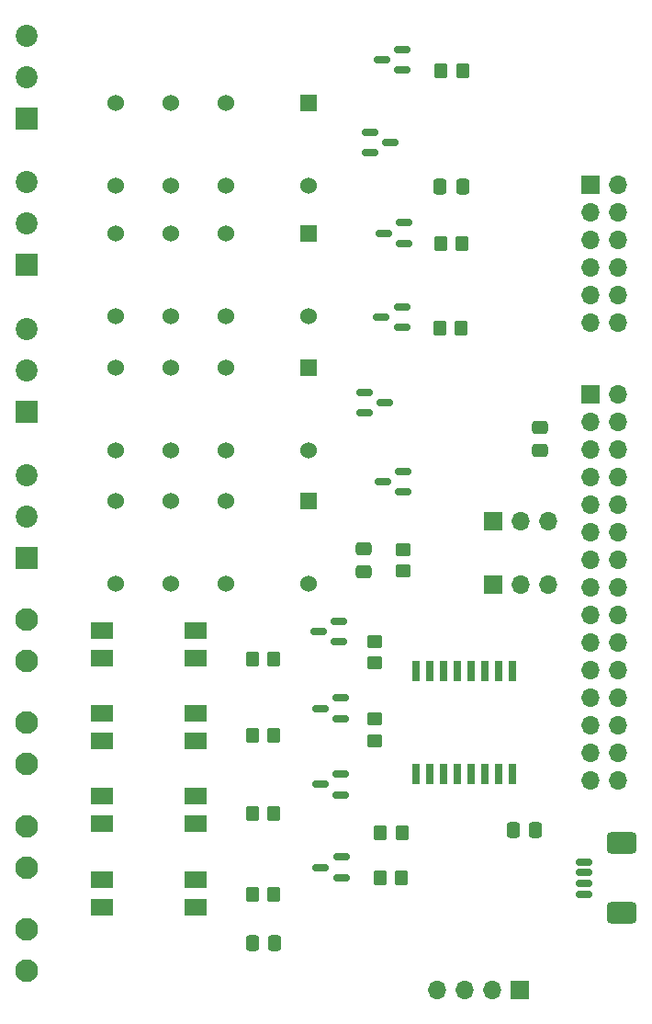
<source format=gbr>
%TF.GenerationSoftware,KiCad,Pcbnew,9.0.6*%
%TF.CreationDate,2025-11-26T11:15:41+11:00*%
%TF.ProjectId,v7_equip_digital_out,76375f65-7175-4697-905f-646967697461,rev?*%
%TF.SameCoordinates,Original*%
%TF.FileFunction,Soldermask,Top*%
%TF.FilePolarity,Negative*%
%FSLAX46Y46*%
G04 Gerber Fmt 4.6, Leading zero omitted, Abs format (unit mm)*
G04 Created by KiCad (PCBNEW 9.0.6) date 2025-11-26 11:15:41*
%MOMM*%
%LPD*%
G01*
G04 APERTURE LIST*
G04 Aperture macros list*
%AMRoundRect*
0 Rectangle with rounded corners*
0 $1 Rounding radius*
0 $2 $3 $4 $5 $6 $7 $8 $9 X,Y pos of 4 corners*
0 Add a 4 corners polygon primitive as box body*
4,1,4,$2,$3,$4,$5,$6,$7,$8,$9,$2,$3,0*
0 Add four circle primitives for the rounded corners*
1,1,$1+$1,$2,$3*
1,1,$1+$1,$4,$5*
1,1,$1+$1,$6,$7*
1,1,$1+$1,$8,$9*
0 Add four rect primitives between the rounded corners*
20,1,$1+$1,$2,$3,$4,$5,0*
20,1,$1+$1,$4,$5,$6,$7,0*
20,1,$1+$1,$6,$7,$8,$9,0*
20,1,$1+$1,$8,$9,$2,$3,0*%
G04 Aperture macros list end*
%ADD10RoundRect,0.150000X0.587500X0.150000X-0.587500X0.150000X-0.587500X-0.150000X0.587500X-0.150000X0*%
%ADD11R,1.524000X1.524000*%
%ADD12C,1.524000*%
%ADD13RoundRect,0.250000X0.450000X-0.350000X0.450000X0.350000X-0.450000X0.350000X-0.450000X-0.350000X0*%
%ADD14C,2.100000*%
%ADD15R,2.025000X2.025000*%
%ADD16C,2.025000*%
%ADD17RoundRect,0.250000X0.337500X0.475000X-0.337500X0.475000X-0.337500X-0.475000X0.337500X-0.475000X0*%
%ADD18RoundRect,0.250000X-0.475000X0.337500X-0.475000X-0.337500X0.475000X-0.337500X0.475000X0.337500X0*%
%ADD19R,1.700000X1.700000*%
%ADD20O,1.700000X1.700000*%
%ADD21R,2.100000X1.550000*%
%ADD22RoundRect,0.250000X-0.350000X-0.450000X0.350000X-0.450000X0.350000X0.450000X-0.350000X0.450000X0*%
%ADD23RoundRect,0.250000X0.350000X0.450000X-0.350000X0.450000X-0.350000X-0.450000X0.350000X-0.450000X0*%
%ADD24RoundRect,0.250000X-0.337500X-0.475000X0.337500X-0.475000X0.337500X0.475000X-0.337500X0.475000X0*%
%ADD25RoundRect,0.150000X-0.587500X-0.150000X0.587500X-0.150000X0.587500X0.150000X-0.587500X0.150000X0*%
%ADD26RoundRect,0.250000X0.475000X-0.337500X0.475000X0.337500X-0.475000X0.337500X-0.475000X-0.337500X0*%
%ADD27RoundRect,0.150000X0.625000X-0.150000X0.625000X0.150000X-0.625000X0.150000X-0.625000X-0.150000X0*%
%ADD28RoundRect,0.416666X0.970834X-0.583334X0.970834X0.583334X-0.970834X0.583334X-0.970834X-0.583334X0*%
%ADD29R,0.650000X1.950000*%
G04 APERTURE END LIST*
D10*
%TO.C,Q1*%
X31800800Y-60208200D03*
X31800800Y-58308200D03*
X29925800Y-59258200D03*
%TD*%
D11*
%TO.C,K2*%
X29000000Y-22606000D03*
D12*
X21380000Y-22606000D03*
X16300000Y-22606000D03*
X11220000Y-22606000D03*
X11220000Y-30226000D03*
X16300000Y-30226000D03*
X21380000Y-30226000D03*
X29000000Y-30226000D03*
%TD*%
D13*
%TO.C,R4*%
X35052000Y-69326000D03*
X35052000Y-67326000D03*
%TD*%
D14*
%TO.C,J5*%
X3000000Y-71500000D03*
X3000000Y-67690000D03*
%TD*%
%TO.C,J3*%
X3000000Y-62000000D03*
X3000000Y-58190000D03*
%TD*%
D15*
%TO.C,J1*%
X3000000Y-12000000D03*
D16*
X3000000Y-8190000D03*
X3000000Y-4380000D03*
%TD*%
D17*
%TO.C,C4*%
X25853300Y-87960200D03*
X23778300Y-87960200D03*
%TD*%
D18*
%TO.C,C2*%
X34086800Y-51667500D03*
X34086800Y-53742500D03*
%TD*%
D14*
%TO.C,J10*%
X3000000Y-90500000D03*
X3000000Y-86690000D03*
%TD*%
D19*
%TO.C,JP1*%
X45974000Y-54940200D03*
D20*
X48514000Y-54940200D03*
X51054000Y-54940200D03*
%TD*%
D21*
%TO.C,U3*%
X18524000Y-77004332D03*
X18524000Y-74464332D03*
X9924000Y-74464332D03*
X9924000Y-77004332D03*
%TD*%
D13*
%TO.C,R2*%
X35077400Y-62188600D03*
X35077400Y-60188600D03*
%TD*%
D22*
%TO.C,R1*%
X23765000Y-61798200D03*
X25765000Y-61798200D03*
%TD*%
%TO.C,R3*%
X23765000Y-68834000D03*
X25765000Y-68834000D03*
%TD*%
D21*
%TO.C,U4*%
X18524000Y-84632800D03*
X18524000Y-82092800D03*
X9924000Y-82092800D03*
X9924000Y-84632800D03*
%TD*%
D13*
%TO.C,R12*%
X37693600Y-53705000D03*
X37693600Y-51705000D03*
%TD*%
D23*
%TO.C,R5*%
X43138600Y-23545800D03*
X41138600Y-23545800D03*
%TD*%
D24*
%TO.C,C3*%
X47832100Y-77520800D03*
X49907100Y-77520800D03*
%TD*%
D19*
%TO.C,JP2*%
X46014400Y-49098200D03*
D20*
X48554400Y-49098200D03*
X51094400Y-49098200D03*
%TD*%
D21*
%TO.C,U2*%
X18524000Y-69375866D03*
X18524000Y-66835866D03*
X9924000Y-66835866D03*
X9924000Y-69375866D03*
%TD*%
D10*
%TO.C,Q2*%
X31900100Y-67308900D03*
X31900100Y-65408900D03*
X30025100Y-66358900D03*
%TD*%
D19*
%TO.C,J6*%
X54991000Y-37465000D03*
D20*
X57531000Y-37465000D03*
X54991000Y-40005000D03*
X57531000Y-40005000D03*
X54991000Y-42545000D03*
X57531000Y-42545000D03*
X54991000Y-45085000D03*
X57531000Y-45085000D03*
X54991000Y-47625000D03*
X57531000Y-47625000D03*
X54991000Y-50165000D03*
X57531000Y-50165000D03*
X54991000Y-52705000D03*
X57531000Y-52705000D03*
X54991000Y-55245000D03*
X57531000Y-55245000D03*
X54991000Y-57785000D03*
X57531000Y-57785000D03*
X54991000Y-60325000D03*
X57531000Y-60325000D03*
X54991000Y-62865000D03*
X57531000Y-62865000D03*
X54991000Y-65405000D03*
X57531000Y-65405000D03*
X54991000Y-67945000D03*
X57531000Y-67945000D03*
X54991000Y-70485000D03*
X57531000Y-70485000D03*
X54991000Y-73025000D03*
X57531000Y-73025000D03*
%TD*%
D19*
%TO.C,CON1*%
X48437800Y-92329000D03*
D20*
X45897800Y-92329000D03*
X43357800Y-92329000D03*
X40817800Y-92329000D03*
%TD*%
D22*
%TO.C,R7*%
X23765000Y-76047600D03*
X25765000Y-76047600D03*
%TD*%
D15*
%TO.C,J2*%
X3000000Y-25500000D03*
D16*
X3000000Y-21690000D03*
X3000000Y-17880000D03*
%TD*%
D11*
%TO.C,K4*%
X29000000Y-47218600D03*
D12*
X21380000Y-47218600D03*
X16300000Y-47218600D03*
X11220000Y-47218600D03*
X11220000Y-54838600D03*
X16300000Y-54838600D03*
X21380000Y-54838600D03*
X29000000Y-54838600D03*
%TD*%
D10*
%TO.C,Q5*%
X31925500Y-74305200D03*
X31925500Y-72405200D03*
X30050500Y-73355200D03*
%TD*%
D15*
%TO.C,J9*%
X3000000Y-52500000D03*
D16*
X3000000Y-48690000D03*
X3000000Y-44880000D03*
%TD*%
D25*
%TO.C,D1*%
X34647900Y-13274000D03*
X34647900Y-15174000D03*
X36522900Y-14224000D03*
%TD*%
D10*
%TO.C,Q8*%
X37691300Y-46416000D03*
X37691300Y-44516000D03*
X35816300Y-45466000D03*
%TD*%
D22*
%TO.C,R9*%
X23765000Y-83464400D03*
X25765000Y-83464400D03*
%TD*%
D21*
%TO.C,U1*%
X18524000Y-61747400D03*
X18524000Y-59207400D03*
X9924000Y-59207400D03*
X9924000Y-61747400D03*
%TD*%
D26*
%TO.C,C1*%
X50317400Y-42591900D03*
X50317400Y-40516900D03*
%TD*%
D14*
%TO.C,J7*%
X3000000Y-81000000D03*
X3000000Y-77190000D03*
%TD*%
D10*
%TO.C,Q6*%
X31976300Y-81950600D03*
X31976300Y-80050600D03*
X30101300Y-81000600D03*
%TD*%
D15*
%TO.C,J8*%
X3000000Y-39000000D03*
D16*
X3000000Y-35190000D03*
X3000000Y-31380000D03*
%TD*%
D10*
%TO.C,Q7*%
X37564300Y-31277600D03*
X37564300Y-29377600D03*
X35689300Y-30327600D03*
%TD*%
D19*
%TO.C,J11*%
X54940200Y-18110200D03*
D20*
X57480200Y-18110200D03*
X54940200Y-20650200D03*
X57480200Y-20650200D03*
X54940200Y-23190200D03*
X57480200Y-23190200D03*
X54940200Y-25730200D03*
X57480200Y-25730200D03*
X54940200Y-28270200D03*
X57480200Y-28270200D03*
X54940200Y-30810200D03*
X57480200Y-30810200D03*
%TD*%
D10*
%TO.C,Q3*%
X37767500Y-23530600D03*
X37767500Y-21630600D03*
X35892500Y-22580600D03*
%TD*%
D11*
%TO.C,K3*%
X29000000Y-34950400D03*
D12*
X21380000Y-34950400D03*
X16300000Y-34950400D03*
X11220000Y-34950400D03*
X11220000Y-42570400D03*
X16300000Y-42570400D03*
X21380000Y-42570400D03*
X29000000Y-42570400D03*
%TD*%
D24*
%TO.C,C5*%
X41101100Y-18288000D03*
X43176100Y-18288000D03*
%TD*%
D11*
%TO.C,K1*%
X29000000Y-10591800D03*
D12*
X21380000Y-10591800D03*
X16300000Y-10591800D03*
X11220000Y-10591800D03*
X11220000Y-18211800D03*
X16300000Y-18211800D03*
X21380000Y-18211800D03*
X29000000Y-18211800D03*
%TD*%
D23*
%TO.C,R11*%
X43062400Y-31292800D03*
X41062400Y-31292800D03*
%TD*%
%TO.C,R10*%
X37550600Y-81965800D03*
X35550600Y-81965800D03*
%TD*%
D27*
%TO.C,CON2*%
X54388000Y-83491200D03*
X54388000Y-82491200D03*
X54388000Y-81491200D03*
X54388000Y-80491200D03*
D28*
X57810400Y-85191600D03*
X57810400Y-78740000D03*
%TD*%
D23*
%TO.C,R6*%
X43164000Y-7620000D03*
X41164000Y-7620000D03*
%TD*%
D25*
%TO.C,D2*%
X34089100Y-37251600D03*
X34089100Y-39151600D03*
X35964100Y-38201600D03*
%TD*%
D29*
%TO.C,IC1*%
X47802800Y-62940600D03*
X46532800Y-62940600D03*
X45262800Y-62940600D03*
X43992800Y-62940600D03*
X42722800Y-62940600D03*
X41452800Y-62940600D03*
X40182800Y-62940600D03*
X38912800Y-62940600D03*
X38912800Y-72390600D03*
X40182800Y-72390600D03*
X41452800Y-72390600D03*
X42722800Y-72390600D03*
X43992800Y-72390600D03*
X45262800Y-72390600D03*
X46532800Y-72390600D03*
X47802800Y-72390600D03*
%TD*%
D23*
%TO.C,R8*%
X37576000Y-77825600D03*
X35576000Y-77825600D03*
%TD*%
D10*
%TO.C,Q4*%
X37615100Y-7579400D03*
X37615100Y-5679400D03*
X35740100Y-6629400D03*
%TD*%
M02*

</source>
